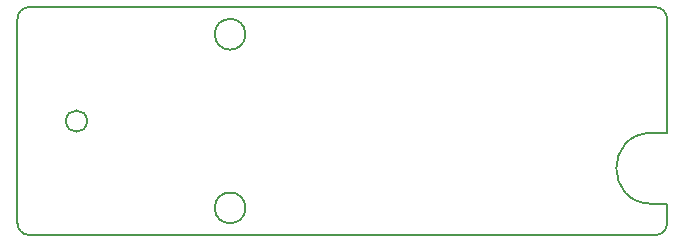
<source format=gbr>
%TF.GenerationSoftware,KiCad,Pcbnew,(5.1.10)-1*%
%TF.CreationDate,2021-10-06T18:40:40-05:00*%
%TF.ProjectId,BYTE_Control_Board,42595445-5f43-46f6-9e74-726f6c5f426f,v2.2*%
%TF.SameCoordinates,Original*%
%TF.FileFunction,Glue,Bot*%
%TF.FilePolarity,Positive*%
%FSLAX46Y46*%
G04 Gerber Fmt 4.6, Leading zero omitted, Abs format (unit mm)*
G04 Created by KiCad (PCBNEW (5.1.10)-1) date 2021-10-06 18:40:40*
%MOMM*%
%LPD*%
G01*
G04 APERTURE LIST*
%TA.AperFunction,Profile*%
%ADD10C,0.200000*%
%TD*%
G04 APERTURE END LIST*
D10*
X121480000Y-143220004D02*
G75*
G02*
X120480000Y-142220004I0J1000000D01*
G01*
X174480000Y-123920004D02*
G75*
G02*
X175480000Y-124920004I0J-1000000D01*
G01*
X174180000Y-140570004D02*
X175480000Y-140570004D01*
X174480000Y-143220004D02*
X121480000Y-143220004D01*
X120480000Y-124920004D02*
G75*
G02*
X121480000Y-123920004I1000000J0D01*
G01*
X126380000Y-133570004D02*
G75*
G03*
X126380000Y-133570004I-900000J0D01*
G01*
X139780001Y-126220004D02*
G75*
G03*
X139780001Y-126220004I-1300001J0D01*
G01*
X174180000Y-140570004D02*
G75*
G02*
X174180000Y-134570004I0J3000000D01*
G01*
X139780001Y-140920004D02*
G75*
G03*
X139780001Y-140920004I-1300001J0D01*
G01*
X175480000Y-140570004D02*
X175480000Y-142220004D01*
X175480000Y-142220004D02*
G75*
G02*
X174480000Y-143220004I-1000000J0D01*
G01*
X120480000Y-142220004D02*
X120480000Y-124920004D01*
X175480000Y-134570004D02*
X174180000Y-134570004D01*
X121480000Y-123920004D02*
X174480000Y-123920004D01*
X175480000Y-124920004D02*
X175480000Y-134570004D01*
M02*

</source>
